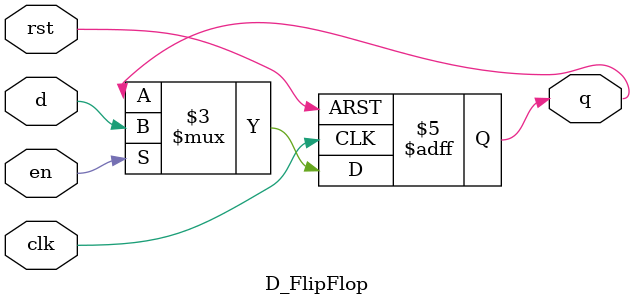
<source format=sv>
`timescale 1ns / 1ps


module D_FlipFlop(  output logic q,
                    input logic clk, rst, en, d
                    );

always_ff @ (posedge clk or posedge rst)
begin
    if (rst)
    q <= 1'b0;
    else
        begin
            if (en)
            q <= d;
            else
            q <= q;
        end
end

endmodule

</source>
